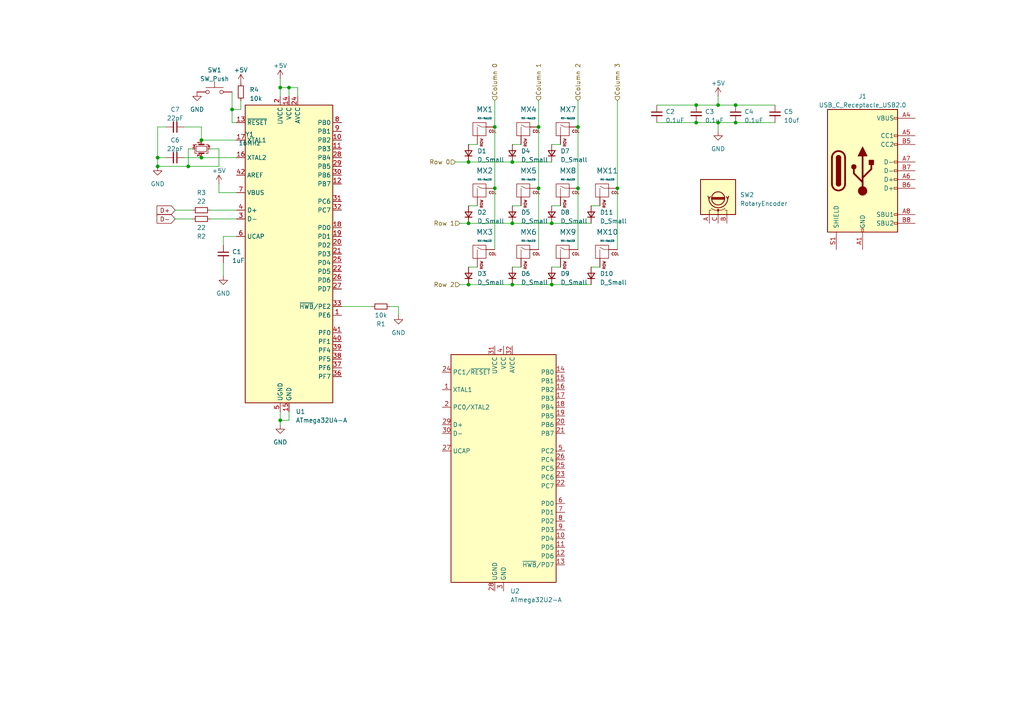
<source format=kicad_sch>
(kicad_sch (version 20230121) (generator eeschema)
  (paper "A4")
  (lib_symbols
    (symbol "Connector:USB_C_Receptacle_USB2.0" (pin_names (offset 1.016))
      (property "Reference" "J" (at -10.16 19.05 0))
      (property "Value" "USB_C_Receptacle_USB2.0" (at 19.05 19.05 0))
      (symbol "USB_C_Receptacle_USB2.0_0_0"
        (rectangle (start -0.254 -17.78) (end 0.254 -16.764))
        (rectangle (start 10.16 -14.986) (end 9.144 -15.494))
        (rectangle (start 10.16 -12.446) (end 9.144 -12.954))
        (rectangle (start 10.16 -4.826) (end 9.144 -5.334))
        (rectangle (start 10.16 -2.286) (end 9.144 -2.794))
        (rectangle (start 10.16 0.254) (end 9.144 -0.254))
        (rectangle (start 10.16 2.794) (end 9.144 2.286))
        (rectangle (start 10.16 7.874) (end 9.144 7.366))
        (rectangle (start 10.16 10.414) (end 9.144 9.906))
        (rectangle (start 10.16 15.494) (end 9.144 14.986))
      )
      (symbol "USB_C_Receptacle_USB2.0_0_1"
        (rectangle (start -10.16 17.78) (end 10.16 -17.78) (stroke (width 0.254)) (fill (type background)))
        (arc (start -8.89 -3.81) (mid -6.985 -5.7067) (end -5.08 -3.81) (stroke (width 0.508)))
        (arc (start -7.62 -3.81) (mid -6.985 -4.4423) (end -6.35 -3.81) (stroke (width 0.254)))
        (arc (start -7.62 -3.81) (mid -6.985 -4.4423) (end -6.35 -3.81) (stroke (width 0.254)) (fill (type outline)))
        (rectangle (start -7.62 -3.81) (end -6.35 3.81) (stroke (width 0.254)) (fill (type outline)))
        (arc (start -6.35 3.81) (mid -6.985 4.4423) (end -7.62 3.81) (stroke (width 0.254)))
        (arc (start -6.35 3.81) (mid -6.985 4.4423) (end -7.62 3.81) (stroke (width 0.254)) (fill (type outline)))
        (arc (start -5.08 3.81) (mid -6.985 5.7067) (end -8.89 3.81) (stroke (width 0.508)))
        (circle (center -2.54 1.143) (radius 0.635) (stroke (width 0.254)) (fill (type outline)))
        (circle (center 0 -5.842) (radius 1.27) (fill (type outline)))
        (polyline (pts (xy -8.89 -3.81) (xy -8.89 3.81)) (stroke (width 0.508)))
        (polyline (pts (xy -5.08 3.81) (xy -5.08 -3.81)) (stroke (width 0.508)))
        (polyline (pts (xy 0 -5.842) (xy 0 4.318)) (stroke (width 0.508)))
        (polyline (pts (xy 0 -3.302) (xy -2.54 -0.762) (xy -2.54 0.508)) (stroke (width 0.508)))
        (polyline (pts (xy 0 -2.032) (xy 2.54 0.508) (xy 2.54 1.778)) (stroke (width 0.508)))
        (polyline (pts (xy -1.27 4.318) (xy 0 6.858) (xy 1.27 4.318) (xy -1.27 4.318)) (stroke (width 0.254)) (fill (type outline)))
        (rectangle (start 1.905 1.778) (end 3.175 3.048) (stroke (width 0.254)) (fill (type outline)))
      )
      (symbol "USB_C_Receptacle_USB2.0_1_1"
        (pin passive line (at 0 -22.86 90) (length 5.08) (name "GND") (number "A1"))
        (pin passive line (at 0 -22.86 90) (length 5.08) hide (name "GND") (number "A12"))
        (pin passive line (at 15.24 15.24 180) (length 5.08) (name "VBUS") (number "A4"))
        (pin bidirectional line (at 15.24 10.16 180) (length 5.08) (name "CC1") (number "A5"))
        (pin bidirectional line (at 15.24 -2.54 180) (length 5.08) (name "D+") (number "A6"))
        (pin bidirectional line (at 15.24 2.54 180) (length 5.08) (name "D-") (number "A7"))
        (pin bidirectional line (at 15.24 -12.7 180) (length 5.08) (name "SBU1") (number "A8"))
        (pin passive line (at 15.24 15.24 180) (length 5.08) hide (name "VBUS") (number "A9"))
        (pin passive line (at 0 -22.86 90) (length 5.08) hide (name "GND") (number "B1"))
        (pin passive line (at 0 -22.86 90) (length 5.08) hide (name "GND") (number "B12"))
        (pin passive line (at 15.24 15.24 180) (length 5.08) hide (name "VBUS") (number "B4"))
        (pin bidirectional line (at 15.24 7.62 180) (length 5.08) (name "CC2") (number "B5"))
        (pin bidirectional line (at 15.24 -5.08 180) (length 5.08) (name "D+") (number "B6"))
        (pin bidirectional line (at 15.24 0 180) (length 5.08) (name "D-") (number "B7"))
        (pin bidirectional line (at 15.24 -15.24 180) (length 5.08) (name "SBU2") (number "B8"))
        (pin passive line (at 15.24 15.24 180) (length 5.08) hide (name "VBUS") (number "B9"))
        (pin passive line (at -7.62 -22.86 90) (length 5.08) (name "SHIELD") (number "S1"))
      )
    )
    (symbol "Device:C_Small" (pin_numbers hide) (pin_names (offset 0.254) hide)
      (property "Reference" "C" (at 0.254 1.778 0))
      (property "Value" "C_Small" (at 0.254 -2.032 0))
      (symbol "C_Small_0_1"
        (polyline (pts (xy -1.524 -0.508) (xy 1.524 -0.508)) (stroke (width 0.3302)))
        (polyline (pts (xy -1.524 0.508) (xy 1.524 0.508)) (stroke (width 0.3048)))
      )
      (symbol "C_Small_1_1"
        (pin passive line (at 0 2.54 270) (length 2.032) (name "~") (number "1"))
        (pin passive line (at 0 -2.54 90) (length 2.032) (name "~") (number "2"))
      )
    )
    (symbol "Device:Crystal_GND24_Small" (pin_names (offset 1.016) hide)
      (property "Reference" "Y" (at 1.27 4.445 0))
      (property "Value" "Crystal_GND24_Small" (at 1.27 2.54 0))
      (symbol "Crystal_GND24_Small_0_1"
        (rectangle (start -0.762 -1.524) (end 0.762 1.524))
        (polyline (pts (xy -1.27 -0.762) (xy -1.27 0.762)) (stroke (width 0.381)))
        (polyline (pts (xy 1.27 -0.762) (xy 1.27 0.762)) (stroke (width 0.381)))
        (polyline (pts (xy -1.27 -1.27) (xy -1.27 -1.905) (xy 1.27 -1.905) (xy 1.27 -1.27)))
        (polyline (pts (xy -1.27 1.27) (xy -1.27 1.905) (xy 1.27 1.905) (xy 1.27 1.27)))
      )
      (symbol "Crystal_GND24_Small_1_1"
        (pin passive line (at -2.54 0 0) (length 1.27) (name "1") (number "1"))
        (pin passive line (at 0 -2.54 90) (length 0.635) (name "2") (number "2"))
        (pin passive line (at 2.54 0 180) (length 1.27) (name "3") (number "3"))
        (pin passive line (at 0 2.54 270) (length 0.635) (name "4") (number "4"))
      )
    )
    (symbol "Device:D_Small" (pin_numbers hide) (pin_names (offset 0.254) hide)
      (property "Reference" "D" (at -1.27 2.032 0))
      (property "Value" "D_Small" (at -3.81 -2.032 0))
      (symbol "D_Small_0_1"
        (polyline (pts (xy -0.762 -1.016) (xy -0.762 1.016)) (stroke (width 0.254)))
        (polyline (pts (xy -0.762 0) (xy 0.762 0)))
        (polyline (pts (xy 0.762 -1.016) (xy -0.762 0) (xy 0.762 1.016) (xy 0.762 -1.016)) (stroke (width 0.254)))
      )
      (symbol "D_Small_1_1"
        (pin passive line (at -2.54 0 0) (length 1.778) (name "K") (number "1"))
        (pin passive line (at 2.54 0 180) (length 1.778) (name "A") (number "2"))
      )
    )
    (symbol "Device:R_Small" (pin_numbers hide) (pin_names (offset 0.254) hide)
      (property "Reference" "R" (at 0.762 0.508 0))
      (property "Value" "R_Small" (at 0.762 -1.016 0))
      (symbol "R_Small_0_1"
        (rectangle (start -0.762 1.778) (end 0.762 -1.778) (stroke (width 0.2032)))
      )
      (symbol "R_Small_1_1"
        (pin passive line (at 0 2.54 270) (length 0.762) (name "~") (number "1"))
        (pin passive line (at 0 -2.54 90) (length 0.762) (name "~") (number "2"))
      )
    )
    (symbol "Device:RotaryEncoder" (pin_names (offset 0.254) hide)
      (property "Reference" "SW" (at 0 6.604 0))
      (property "Value" "RotaryEncoder" (at 0 -6.604 0))
      (symbol "RotaryEncoder_0_1"
        (rectangle (start -5.08 5.08) (end 5.08 -5.08) (stroke (width 0.254)) (fill (type background)))
        (circle (center -3.81 0) (radius 0.254) (fill (type outline)))
        (circle (center -0.381 0) (radius 1.905) (stroke (width 0.254)))
        (arc (start -0.381 2.667) (mid -3.0988 -0.0635) (end -0.381 -2.794) (stroke (width 0.254)))
        (polyline (pts (xy -0.635 -1.778) (xy -0.635 1.778)) (stroke (width 0.254)))
        (polyline (pts (xy -0.381 -1.778) (xy -0.381 1.778)) (stroke (width 0.254)))
        (polyline (pts (xy -0.127 1.778) (xy -0.127 -1.778)) (stroke (width 0.254)))
        (polyline (pts (xy -5.08 -2.54) (xy -3.81 -2.54) (xy -3.81 -2.032)))
        (polyline (pts (xy -5.08 2.54) (xy -3.81 2.54) (xy -3.81 2.032)))
        (polyline (pts (xy 0.254 -3.048) (xy -0.508 -2.794) (xy 0.127 -2.413)) (stroke (width 0.254)))
        (polyline (pts (xy 0.254 2.921) (xy -0.508 2.667) (xy 0.127 2.286)) (stroke (width 0.254)))
        (polyline (pts (xy -5.08 0) (xy -3.81 0) (xy -3.81 -1.016) (xy -3.302 -2.032)))
        (polyline (pts (xy -4.318 0) (xy -3.81 0) (xy -3.81 1.016) (xy -3.302 2.032)))
      )
      (symbol "RotaryEncoder_1_1"
        (pin passive line (at -7.62 2.54 0) (length 2.54) (name "A") (number "A"))
        (pin passive line (at -7.62 -2.54 0) (length 2.54) (name "B") (number "B"))
        (pin passive line (at -7.62 0 0) (length 2.54) (name "C") (number "C"))
      )
    )
    (symbol "MCU_Microchip_ATmega:ATmega32U2-A"
      (property "Reference" "U" (at -15.24 34.29 0))
      (property "Value" "ATmega32U2-A" (at 2.54 -34.29 0))
      (symbol "ATmega32U2-A_0_1"
        (rectangle (start -15.24 -33.02) (end 15.24 33.02) (stroke (width 0.254)) (fill (type background)))
      )
      (symbol "ATmega32U2-A_1_1"
        (pin input line (at -17.78 22.86 0) (length 2.54) (name "XTAL1") (number "1"))
        (pin bidirectional line (at 17.78 -20.32 180) (length 2.54) (name "PD4") (number "10"))
        (pin bidirectional line (at 17.78 -22.86 180) (length 2.54) (name "PD5") (number "11"))
        (pin bidirectional line (at 17.78 -25.4 180) (length 2.54) (name "PD6") (number "12"))
        (pin bidirectional line (at 17.78 -27.94 180) (length 2.54) (name "~{HWB}/PD7") (number "13"))
        (pin bidirectional line (at 17.78 27.94 180) (length 2.54) (name "PB0") (number "14"))
        (pin bidirectional line (at 17.78 25.4 180) (length 2.54) (name "PB1") (number "15"))
        (pin bidirectional line (at 17.78 22.86 180) (length 2.54) (name "PB2") (number "16"))
        (pin bidirectional line (at 17.78 20.32 180) (length 2.54) (name "PB3") (number "17"))
        (pin bidirectional line (at 17.78 17.78 180) (length 2.54) (name "PB4") (number "18"))
        (pin bidirectional line (at 17.78 15.24 180) (length 2.54) (name "PB5") (number "19"))
        (pin bidirectional line (at -17.78 17.78 0) (length 2.54) (name "PC0/XTAL2") (number "2"))
        (pin bidirectional line (at 17.78 12.7 180) (length 2.54) (name "PB6") (number "20"))
        (pin bidirectional line (at 17.78 10.16 180) (length 2.54) (name "PB7") (number "21"))
        (pin bidirectional line (at 17.78 -5.08 180) (length 2.54) (name "PC7") (number "22"))
        (pin bidirectional line (at 17.78 -2.54 180) (length 2.54) (name "PC6") (number "23"))
        (pin bidirectional line (at -17.78 27.94 0) (length 2.54) (name "PC1/~{RESET}") (number "24"))
        (pin bidirectional line (at 17.78 0 180) (length 2.54) (name "PC5") (number "25"))
        (pin bidirectional line (at 17.78 2.54 180) (length 2.54) (name "PC4") (number "26"))
        (pin passive line (at -17.78 5.08 0) (length 2.54) (name "UCAP") (number "27"))
        (pin power_in line (at -2.54 -35.56 90) (length 2.54) (name "UGND") (number "28"))
        (pin bidirectional line (at -17.78 12.7 0) (length 2.54) (name "D+") (number "29"))
        (pin power_in line (at 0 -35.56 90) (length 2.54) (name "GND") (number "3"))
        (pin bidirectional line (at -17.78 10.16 0) (length 2.54) (name "D-") (number "30"))
        (pin power_in line (at -2.54 35.56 270) (length 2.54) (name "UVCC") (number "31"))
        (pin power_in line (at 2.54 35.56 270) (length 2.54) (name "AVCC") (number "32"))
        (pin power_in line (at 0 35.56 270) (length 2.54) (name "VCC") (number "4"))
        (pin bidirectional line (at 17.78 5.08 180) (length 2.54) (name "PC2") (number "5"))
        (pin bidirectional line (at 17.78 -10.16 180) (length 2.54) (name "PD0") (number "6"))
        (pin bidirectional line (at 17.78 -12.7 180) (length 2.54) (name "PD1") (number "7"))
        (pin bidirectional line (at 17.78 -15.24 180) (length 2.54) (name "PD2") (number "8"))
        (pin bidirectional line (at 17.78 -17.78 180) (length 2.54) (name "PD3") (number "9"))
      )
    )
    (symbol "MCU_Microchip_ATmega:ATmega32U4-A"
      (property "Reference" "U" (at -12.7 44.45 0))
      (property "Value" "ATmega32U4-A" (at 2.54 -44.45 0))
      (symbol "ATmega32U4-A_0_1"
        (rectangle (start -12.7 -43.18) (end 12.7 43.18) (stroke (width 0.254)) (fill (type background)))
      )
      (symbol "ATmega32U4-A_1_1"
        (pin bidirectional line (at 15.24 -17.78 180) (length 2.54) (name "PE6") (number "1"))
        (pin bidirectional line (at 15.24 33.02 180) (length 2.54) (name "PB2") (number "10"))
        (pin bidirectional line (at 15.24 30.48 180) (length 2.54) (name "PB3") (number "11"))
        (pin bidirectional line (at 15.24 20.32 180) (length 2.54) (name "PB7") (number "12"))
        (pin input line (at -15.24 38.1 0) (length 2.54) (name "~{RESET}") (number "13"))
        (pin power_in line (at 0 45.72 270) (length 2.54) (name "VCC") (number "14"))
        (pin power_in line (at 0 -45.72 90) (length 2.54) (name "GND") (number "15"))
        (pin output line (at -15.24 27.94 0) (length 2.54) (name "XTAL2") (number "16"))
        (pin input line (at -15.24 33.02 0) (length 2.54) (name "XTAL1") (number "17"))
        (pin bidirectional line (at 15.24 7.62 180) (length 2.54) (name "PD0") (number "18"))
        (pin bidirectional line (at 15.24 5.08 180) (length 2.54) (name "PD1") (number "19"))
        (pin power_in line (at -2.54 45.72 270) (length 2.54) (name "UVCC") (number "2"))
        (pin bidirectional line (at 15.24 2.54 180) (length 2.54) (name "PD2") (number "20"))
        (pin bidirectional line (at 15.24 0 180) (length 2.54) (name "PD3") (number "21"))
        (pin bidirectional line (at 15.24 -5.08 180) (length 2.54) (name "PD5") (number "22"))
        (pin passive line (at 0 -45.72 90) (length 2.54) hide (name "GND") (number "23"))
        (pin power_in line (at 2.54 45.72 270) (length 2.54) (name "AVCC") (number "24"))
        (pin bidirectional line (at 15.24 -2.54 180) (length 2.54) (name "PD4") (number "25"))
        (pin bidirectional line (at 15.24 -7.62 180) (length 2.54) (name "PD6") (number "26"))
        (pin bidirectional line (at 15.24 -10.16 180) (length 2.54) (name "PD7") (number "27"))
        (pin bidirectional line (at 15.24 27.94 180) (length 2.54) (name "PB4") (number "28"))
        (pin bidirectional line (at 15.24 25.4 180) (length 2.54) (name "PB5") (number "29"))
        (pin bidirectional line (at -15.24 10.16 0) (length 2.54) (name "D-") (number "3"))
        (pin bidirectional line (at 15.24 22.86 180) (length 2.54) (name "PB6") (number "30"))
        (pin bidirectional line (at 15.24 15.24 180) (length 2.54) (name "PC6") (number "31"))
        (pin bidirectional line (at 15.24 12.7 180) (length 2.54) (name "PC7") (number "32"))
        (pin bidirectional line (at 15.24 -15.24 180) (length 2.54) (name "~{HWB}/PE2") (number "33"))
        (pin passive line (at 0 45.72 270) (length 2.54) hide (name "VCC") (number "34"))
        (pin passive line (at 0 -45.72 90) (length 2.54) hide (name "GND") (number "35"))
        (pin bidirectional line (at 15.24 -35.56 180) (length 2.54) (name "PF7") (number "36"))
        (pin bidirectional line (at 15.24 -33.02 180) (length 2.54) (name "PF6") (number "37"))
        (pin bidirectional line (at 15.24 -30.48 180) (length 2.54) (name "PF5") (number "38"))
        (pin bidirectional line (at 15.24 -27.94 180) (length 2.54) (name "PF4") (number "39"))
        (pin bidirectional line (at -15.24 12.7 0) (length 2.54) (name "D+") (number "4"))
        (pin bidirectional line (at 15.24 -25.4 180) (length 2.54) (name "PF1") (number "40"))
        (pin bidirectional line (at 15.24 -22.86 180) (length 2.54) (name "PF0") (number "41"))
        (pin passive line (at -15.24 22.86 0) (length 2.54) (name "AREF") (number "42"))
        (pin passive line (at 0 -45.72 90) (length 2.54) hide (name "GND") (number "43"))
        (pin passive line (at 2.54 45.72 270) (length 2.54) hide (name "AVCC") (number "44"))
        (pin passive line (at -2.54 -45.72 90) (length 2.54) (name "UGND") (number "5"))
        (pin passive line (at -15.24 5.08 0) (length 2.54) (name "UCAP") (number "6"))
        (pin input line (at -15.24 17.78 0) (length 2.54) (name "VBUS") (number "7"))
        (pin bidirectional line (at 15.24 38.1 180) (length 2.54) (name "PB0") (number "8"))
        (pin bidirectional line (at 15.24 35.56 180) (length 2.54) (name "PB1") (number "9"))
      )
    )
    (symbol "MX_Alps_Hybrid:MX-NoLED" (pin_names (offset 1.016))
      (property "Reference" "MX" (at -0.635 3.81 0))
      (property "Value" "MX-NoLED" (at -0.635 1.27 0))
      (symbol "MX-NoLED_0_0"
        (rectangle (start -2.54 2.54) (end 1.27 -1.27))
        (polyline (pts (xy -1.27 -1.27) (xy -1.27 1.27)) (stroke (width 0.127)))
        (polyline (pts (xy 1.27 1.27) (xy 0 1.27) (xy -1.27 1.905)) (stroke (width 0.127)))
        (text "COL" (at 3.175 0 0) (effects (font (size 0.762 0.762))))
        (text "ROW" (at 0 -1.905 900) (effects (font (size 0.762 0.762)) (justify right)))
      )
      (symbol "MX-NoLED_1_1"
        (pin passive line (at 3.81 1.27 180) (length 2.54) (name "COL") (number "1"))
        (pin passive line (at -1.27 -3.81 90) (length 2.54) (name "ROW") (number "2"))
      )
    )
    (symbol "Switch:SW_Push" (pin_numbers hide) (pin_names (offset 1.016) hide)
      (property "Reference" "SW" (at 1.27 2.54 0))
      (property "Value" "SW_Push" (at 0 -1.524 0))
      (symbol "SW_Push_0_1"
        (circle (center -2.032 0) (radius 0.508))
        (polyline (pts (xy 0 1.27) (xy 0 3.048)))
        (polyline (pts (xy 2.54 1.27) (xy -2.54 1.27)))
        (circle (center 2.032 0) (radius 0.508))
        (pin passive line (at -5.08 0 0) (length 2.54) (name "1") (number "1"))
        (pin passive line (at 5.08 0 180) (length 2.54) (name "2") (number "2"))
      )
    )
    (symbol "power:+5V" (power) (pin_names (offset 0))
      (property "Value" "+5V" (at 0 3.556 0))
      (symbol "+5V_0_1"
        (polyline (pts (xy -0.762 1.27) (xy 0 2.54)))
        (polyline (pts (xy 0 0) (xy 0 2.54)))
        (polyline (pts (xy 0 2.54) (xy 0.762 1.27)))
      )
      (symbol "+5V_1_1"
        (pin power_in line (at 0 0 90) (length 0) hide (name "+5V") (number "1"))
      )
    )
    (symbol "power:GND" (power) (pin_names (offset 0))
      (property "Value" "GND" (at 0 -3.81 0))
      (symbol "GND_0_1"
        (polyline (pts (xy 0 0) (xy 0 -1.27) (xy 1.27 -1.27) (xy 0 -2.54) (xy -1.27 -1.27) (xy 0 -1.27)))
      )
      (symbol "GND_1_1"
        (pin power_in line (at 0 0 270) (length 0) hide (name "GND") (number "1"))
      )
    )
  )
  (junction (at 143.51 54.61))
  (junction (at 45.72 48.26))
  (junction (at 208.28 30.48))
  (junction (at 148.59 64.77))
  (junction (at 58.42 40.64))
  (junction (at 213.36 30.48))
  (junction (at 148.59 46.99))
  (junction (at 156.21 36.83))
  (junction (at 45.72 45.72))
  (junction (at 201.93 35.56))
  (junction (at 179.07 54.61))
  (junction (at 135.89 64.77))
  (junction (at 160.02 64.77))
  (junction (at 135.89 82.55))
  (junction (at 213.36 35.56))
  (junction (at 143.51 36.83))
  (junction (at 160.02 82.55))
  (junction (at 148.59 82.55))
  (junction (at 81.28 25.4))
  (junction (at 54.61 48.26))
  (junction (at 208.28 35.56))
  (junction (at 201.93 30.48))
  (junction (at 81.28 121.92))
  (junction (at 83.82 25.4))
  (junction (at 156.21 54.61))
  (junction (at 135.89 46.99))
  (junction (at 167.64 36.83))
  (junction (at 58.42 45.72))
  (junction (at 167.64 54.61))
  (junction (at 67.31 31.75))
  (wire (pts (xy 135.89 82.55) (xy 148.59 82.55)))
  (wire (pts (xy 190.5 35.56) (xy 201.93 35.56)))
  (wire (pts (xy 160.02 77.47) (xy 162.56 77.47)))
  (wire (pts (xy 135.89 41.91) (xy 138.43 41.91)))
  (wire (pts (xy 54.61 48.26) (xy 45.72 48.26)))
  (wire (pts (xy 143.51 54.61) (xy 143.51 72.39)))
  (wire (pts (xy 143.51 29.21) (xy 143.51 36.83)))
  (wire (pts (xy 58.42 40.64) (xy 68.58 40.64)))
  (wire (pts (xy 179.07 54.61) (xy 179.07 72.39)))
  (wire (pts (xy 63.5 53.34) (xy 63.5 55.88)))
  (wire (pts (xy 50.8 63.5) (xy 55.88 63.5)))
  (wire (pts (xy 148.59 41.91) (xy 151.13 41.91)))
  (wire (pts (xy 60.96 43.18) (xy 63.5 43.18)))
  (wire (pts (xy 167.64 54.61) (xy 167.64 72.39)))
  (wire (pts (xy 208.28 35.56) (xy 213.36 35.56)))
  (wire (pts (xy 143.51 36.83) (xy 143.51 54.61)))
  (wire (pts (xy 81.28 22.86) (xy 81.28 25.4)))
  (wire (pts (xy 148.59 77.47) (xy 151.13 77.47)))
  (wire (pts (xy 156.21 36.83) (xy 156.21 29.21)))
  (wire (pts (xy 53.34 36.83) (xy 58.42 36.83)))
  (wire (pts (xy 64.77 71.12) (xy 64.77 68.58)))
  (wire (pts (xy 156.21 72.39) (xy 156.21 54.61)))
  (wire (pts (xy 160.02 82.55) (xy 171.45 82.55)))
  (wire (pts (xy 58.42 45.72) (xy 68.58 45.72)))
  (wire (pts (xy 148.59 46.99) (xy 160.02 46.99)))
  (wire (pts (xy 132.08 46.99) (xy 135.89 46.99)))
  (wire (pts (xy 135.89 64.77) (xy 148.59 64.77)))
  (wire (pts (xy 54.61 48.26) (xy 63.5 48.26)))
  (wire (pts (xy 64.77 68.58) (xy 68.58 68.58)))
  (wire (pts (xy 201.93 35.56) (xy 208.28 35.56)))
  (wire (pts (xy 171.45 77.47) (xy 173.99 77.47)))
  (wire (pts (xy 83.82 119.38) (xy 83.82 121.92)))
  (wire (pts (xy 45.72 45.72) (xy 48.26 45.72)))
  (wire (pts (xy 190.5 30.48) (xy 201.93 30.48)))
  (wire (pts (xy 48.26 36.83) (xy 45.72 36.83)))
  (wire (pts (xy 63.5 55.88) (xy 68.58 55.88)))
  (wire (pts (xy 83.82 25.4) (xy 83.82 27.94)))
  (wire (pts (xy 81.28 119.38) (xy 81.28 121.92)))
  (wire (pts (xy 83.82 25.4) (xy 86.36 25.4)))
  (wire (pts (xy 148.59 59.69) (xy 151.13 59.69)))
  (wire (pts (xy 208.28 30.48) (xy 213.36 30.48)))
  (wire (pts (xy 213.36 30.48) (xy 224.79 30.48)))
  (wire (pts (xy 213.36 35.56) (xy 224.79 35.56)))
  (wire (pts (xy 135.89 59.69) (xy 138.43 59.69)))
  (wire (pts (xy 160.02 41.91) (xy 162.56 41.91)))
  (wire (pts (xy 63.5 43.18) (xy 63.5 48.26)))
  (wire (pts (xy 67.31 35.56) (xy 68.58 35.56)))
  (wire (pts (xy 81.28 121.92) (xy 83.82 121.92)))
  (wire (pts (xy 115.57 88.9) (xy 115.57 91.44)))
  (wire (pts (xy 99.06 88.9) (xy 107.95 88.9)))
  (wire (pts (xy 69.85 31.75) (xy 67.31 31.75)))
  (wire (pts (xy 67.31 31.75) (xy 67.31 35.56)))
  (wire (pts (xy 69.85 29.21) (xy 69.85 31.75)))
  (wire (pts (xy 133.35 82.55) (xy 135.89 82.55)))
  (wire (pts (xy 55.88 60.96) (xy 50.8 60.96)))
  (wire (pts (xy 167.64 29.21) (xy 167.64 36.83)))
  (wire (pts (xy 86.36 27.94) (xy 86.36 25.4)))
  (wire (pts (xy 148.59 82.55) (xy 160.02 82.55)))
  (wire (pts (xy 55.88 43.18) (xy 54.61 43.18)))
  (wire (pts (xy 167.64 36.83) (xy 167.64 54.61)))
  (wire (pts (xy 208.28 27.94) (xy 208.28 30.48)))
  (wire (pts (xy 133.35 64.77) (xy 135.89 64.77)))
  (wire (pts (xy 135.89 77.47) (xy 138.43 77.47)))
  (wire (pts (xy 81.28 25.4) (xy 83.82 25.4)))
  (wire (pts (xy 156.21 54.61) (xy 156.21 36.83)))
  (wire (pts (xy 208.28 35.56) (xy 208.28 38.1)))
  (wire (pts (xy 160.02 59.69) (xy 162.56 59.69)))
  (wire (pts (xy 160.02 64.77) (xy 171.45 64.77)))
  (wire (pts (xy 45.72 48.26) (xy 45.72 45.72)))
  (wire (pts (xy 45.72 36.83) (xy 45.72 45.72)))
  (wire (pts (xy 113.03 88.9) (xy 115.57 88.9)))
  (wire (pts (xy 81.28 121.92) (xy 81.28 123.19)))
  (wire (pts (xy 81.28 25.4) (xy 81.28 27.94)))
  (wire (pts (xy 67.31 26.67) (xy 67.31 31.75)))
  (wire (pts (xy 179.07 29.21) (xy 179.07 54.61)))
  (wire (pts (xy 60.96 60.96) (xy 68.58 60.96)))
  (wire (pts (xy 58.42 36.83) (xy 58.42 40.64)))
  (wire (pts (xy 171.45 59.69) (xy 173.99 59.69)))
  (wire (pts (xy 64.77 76.2) (xy 64.77 80.01)))
  (wire (pts (xy 148.59 64.77) (xy 160.02 64.77)))
  (wire (pts (xy 54.61 43.18) (xy 54.61 48.26)))
  (wire (pts (xy 60.96 63.5) (xy 68.58 63.5)))
  (wire (pts (xy 135.89 46.99) (xy 148.59 46.99)))
  (wire (pts (xy 53.34 45.72) (xy 58.42 45.72)))
  (wire (pts (xy 201.93 30.48) (xy 208.28 30.48)))
  (global_label "D+" (shape input) (at 50.8 60.96 180) (property "Intersheetrefs" "${INTERSHEET_REFS}" (effects hide)))
  (global_label "D-" (shape input) (at 50.8 63.5 180) (property "Intersheetrefs" "${INTERSHEET_REFS}" (effects hide)))
  (hierarchical_label "Column 1" (shape input) (at 156.21 29.21 90))
  (hierarchical_label "Column 2" (shape input) (at 167.64 29.21 90))
  (hierarchical_label "Row 1" (shape input) (at 133.35 64.77 180))
  (hierarchical_label "Row 2" (shape input) (at 133.35 82.55 180))
  (hierarchical_label "Column 3" (shape input) (at 179.07 29.21 90))
  (hierarchical_label "Row 0" (shape input) (at 132.08 46.99 180))
  (hierarchical_label "Column 0" (shape input) (at 143.51 29.21 90))
  (symbol (lib_id "Device:RotaryEncoder") (at 208.28 57.15 90) (unit 1)
    (property "Reference" "SW2" (at 214.63 56.515 90) (effects (justify right)))
    (property "Value" "RotaryEncoder" (at 214.63 59.055 90) (effects (justify right)))
  )
  (symbol (lib_id "power:GND") (at 45.72 48.26 0) (unit 1)
    (property "Reference" "#PWR08" (effects hide))
    (property "Value" "GND" (at 45.72 53.34 0))
  )
  (symbol (lib_id "power:+5V") (at 69.85 24.13 0) (unit 1)
    (property "Reference" "#PWR010" (effects hide))
    (property "Value" "+5V" (at 69.85 20.32 0))
  )
  (symbol (lib_id "power:+5V") (at 63.5 53.34 0) (unit 1)
    (property "Reference" "#PWR07" (effects hide))
    (property "Value" "+5V" (at 63.5 49.53 0))
  )
  (symbol (lib_id "Device:D_Small") (at 160.02 62.23 90) (unit 1)
    (property "Reference" "D8" (at 162.56 61.595 90) (effects (justify right)))
    (property "Value" "D_Small" (at 162.56 64.135 90) (effects (justify right)))
    (property "Sim.Device" "D" (effects hide))
    (property "Sim.Pins" "1=K 2=A" (effects hide))
  )
  (symbol (lib_id "power:+5V") (at 81.28 22.86 0) (unit 1)
    (property "Reference" "#PWR01" (effects hide))
    (property "Value" "+5V" (at 81.28 19.05 0))
  )
  (symbol (lib_id "Device:R_Small") (at 58.42 63.5 90) (unit 1)
    (property "Reference" "R2" (at 58.42 68.58 90))
    (property "Value" "22" (at 58.42 66.04 90))
  )
  (symbol (lib_id "Connector:USB_C_Receptacle_USB2.0") (at 250.19 49.53 0) (unit 1)
    (property "Reference" "J1" (at 250.19 27.94 0))
    (property "Value" "USB_C_Receptacle_USB2.0" (at 250.19 30.48 0))
    (property "Datasheet" "https://www.usb.org/sites/default/files/documents/usb_type-c.zip" (effects hide))
  )
  (symbol (lib_id "Device:R_Small") (at 69.85 26.67 0) (unit 1)
    (property "Reference" "R4" (at 72.39 26.035 0) (effects (justify left)))
    (property "Value" "10k" (at 72.39 28.575 0) (effects (justify left)))
  )
  (symbol (lib_id "Device:C_Small") (at 213.36 33.02 0) (unit 1)
    (property "Reference" "C4" (at 215.9 32.3913 0) (effects (justify left)))
    (property "Value" "0.1uF" (at 215.9 34.9313 0) (effects (justify left)))
  )
  (symbol (lib_id "Device:D_Small") (at 148.59 80.01 90) (unit 1)
    (property "Reference" "D6" (at 151.13 79.375 90) (effects (justify right)))
    (property "Value" "D_Small" (at 151.13 81.915 90) (effects (justify right)))
    (property "Sim.Device" "D" (effects hide))
    (property "Sim.Pins" "1=K 2=A" (effects hide))
  )
  (symbol (lib_id "Device:R_Small") (at 110.49 88.9 270) (unit 1)
    (property "Reference" "R1" (at 110.49 93.98 90))
    (property "Value" "10k" (at 110.49 91.44 90))
  )
  (symbol (lib_id "MX_Alps_Hybrid:MX-NoLED") (at 175.26 55.88 0) (unit 1)
    (property "Reference" "MX11" (at 176.1432 49.53 0) (effects (font (size 1.524 1.524))))
    (property "Value" "MX-NoLED" (at 176.1432 52.07 0) (effects (font (size 0.508 0.508))))
  )
  (symbol (lib_id "Device:C_Small") (at 201.93 33.02 0) (unit 1)
    (property "Reference" "C3" (at 204.47 32.3913 0) (effects (justify left)))
    (property "Value" "0.1uF" (at 204.47 34.9313 0) (effects (justify left)))
  )
  (symbol (lib_id "Switch:SW_Push") (at 62.23 26.67 0) (unit 1)
    (property "Reference" "SW1" (at 62.23 20.32 0))
    (property "Value" "SW_Push" (at 62.23 22.86 0))
  )
  (symbol (lib_id "Device:Crystal_GND24_Small") (at 58.42 43.18 270) (unit 1)
    (property "Reference" "Y1" (at 72.39 38.9889 90))
    (property "Value" "16MHz" (at 72.39 41.5289 90))
  )
  (symbol (lib_id "Device:C_Small") (at 190.5 33.02 0) (unit 1)
    (property "Reference" "C2" (at 193.04 32.3913 0) (effects (justify left)))
    (property "Value" "0.1uF" (at 193.04 34.9313 0) (effects (justify left)))
  )
  (symbol (lib_id "power:GND") (at 64.77 80.01 0) (unit 1)
    (property "Reference" "#PWR04" (effects hide))
    (property "Value" "GND" (at 64.77 85.09 0))
  )
  (symbol (lib_id "Device:C_Small") (at 224.79 33.02 0) (unit 1)
    (property "Reference" "C5" (at 227.33 32.3913 0) (effects (justify left)))
    (property "Value" "10uf" (at 227.33 34.9313 0) (effects (justify left)))
  )
  (symbol (lib_id "Device:C_Small") (at 64.77 73.66 0) (unit 1)
    (property "Reference" "C1" (at 67.31 73.0313 0) (effects (justify left)))
    (property "Value" "1uF" (at 67.31 75.5713 0) (effects (justify left)))
  )
  (symbol (lib_id "MX_Alps_Hybrid:MX-NoLED") (at 152.4 38.1 0) (unit 1)
    (property "Reference" "MX4" (at 153.2832 31.75 0) (effects (font (size 1.524 1.524))))
    (property "Value" "MX-NoLED" (at 153.2832 34.29 0) (effects (font (size 0.508 0.508))))
  )
  (symbol (lib_id "Device:D_Small") (at 148.59 44.45 90) (unit 1)
    (property "Reference" "D4" (at 151.13 43.815 90) (effects (justify right)))
    (property "Value" "D_Small" (at 151.13 46.355 90) (effects (justify right)))
    (property "Sim.Device" "D" (effects hide))
    (property "Sim.Pins" "1=K 2=A" (effects hide))
  )
  (symbol (lib_id "Device:C_Small") (at 50.8 36.83 270) (unit 1)
    (property "Reference" "C7" (at 50.7936 31.75 90))
    (property "Value" "22pF" (at 50.7936 34.29 90))
  )
  (symbol (lib_id "MX_Alps_Hybrid:MX-NoLED") (at 152.4 73.66 0) (unit 1)
    (property "Reference" "MX6" (at 153.2832 67.31 0) (effects (font (size 1.524 1.524))))
    (property "Value" "MX-NoLED" (at 153.2832 69.85 0) (effects (font (size 0.508 0.508))))
  )
  (symbol (lib_id "MX_Alps_Hybrid:MX-NoLED") (at 163.83 55.88 0) (unit 1)
    (property "Reference" "MX8" (at 164.7132 49.53 0) (effects (font (size 1.524 1.524))))
    (property "Value" "MX-NoLED" (at 164.7132 52.07 0) (effects (font (size 0.508 0.508))))
  )
  (symbol (lib_id "MCU_Microchip_ATmega:ATmega32U2-A") (at 146.05 135.89 0) (unit 1)
    (property "Reference" "U2" (at 148.0059 171.45 0) (effects (justify left)))
    (property "Value" "ATmega32U2-A" (at 148.0059 173.99 0) (effects (justify left)))
    (property "Footprint" "Package_QFP:TQFP-32_7x7mm_P0.8mm" (effects hide))
    (property "Datasheet" "http://ww1.microchip.com/downloads/en/DeviceDoc/doc7799.pdf" (effects hide))
  )
  (symbol (lib_id "MX_Alps_Hybrid:MX-NoLED") (at 163.83 73.66 0) (unit 1)
    (property "Reference" "MX9" (at 164.7132 67.31 0) (effects (font (size 1.524 1.524))))
    (property "Value" "MX-NoLED" (at 164.7132 69.85 0) (effects (font (size 0.508 0.508))))
  )
  (symbol (lib_id "MX_Alps_Hybrid:MX-NoLED") (at 152.4 55.88 0) (unit 1)
    (property "Reference" "MX5" (at 153.2832 49.53 0) (effects (font (size 1.524 1.524))))
    (property "Value" "MX-NoLED" (at 153.2832 52.07 0) (effects (font (size 0.508 0.508))))
  )
  (symbol (lib_id "Device:D_Small") (at 135.89 44.45 90) (unit 1)
    (property "Reference" "D1" (at 138.43 43.815 90) (effects (justify right)))
    (property "Value" "D_Small" (at 138.43 46.355 90) (effects (justify right)))
    (property "Sim.Device" "D" (effects hide))
    (property "Sim.Pins" "1=K 2=A" (effects hide))
  )
  (symbol (lib_id "Device:D_Small") (at 135.89 62.23 90) (unit 1)
    (property "Reference" "D2" (at 138.43 61.595 90) (effects (justify right)))
    (property "Value" "D_Small" (at 138.43 64.135 90) (effects (justify right)))
    (property "Sim.Device" "D" (effects hide))
    (property "Sim.Pins" "1=K 2=A" (effects hide))
  )
  (symbol (lib_id "power:+5V") (at 208.28 27.94 0) (unit 1)
    (property "Reference" "#PWR05" (effects hide))
    (property "Value" "+5V" (at 208.28 24.13 0))
  )
  (symbol (lib_id "Device:D_Small") (at 171.45 80.01 90) (unit 1)
    (property "Reference" "D10" (at 173.99 79.375 90) (effects (justify right)))
    (property "Value" "D_Small" (at 173.99 81.915 90) (effects (justify right)))
    (property "Sim.Device" "D" (effects hide))
    (property "Sim.Pins" "1=K 2=A" (effects hide))
  )
  (symbol (lib_id "MX_Alps_Hybrid:MX-NoLED") (at 139.7 55.88 0) (unit 1)
    (property "Reference" "MX2" (at 140.5832 49.53 0) (effects (font (size 1.524 1.524))))
    (property "Value" "MX-NoLED" (at 140.5832 52.07 0) (effects (font (size 0.508 0.508))))
  )
  (symbol (lib_id "MX_Alps_Hybrid:MX-NoLED") (at 139.7 38.1 0) (unit 1)
    (property "Reference" "MX1" (at 140.5832 31.75 0) (effects (font (size 1.524 1.524))))
    (property "Value" "MX-NoLED" (at 140.5832 34.29 0) (effects (font (size 0.508 0.508))))
  )
  (symbol (lib_id "MX_Alps_Hybrid:MX-NoLED") (at 139.7 73.66 0) (unit 1)
    (property "Reference" "MX3" (at 140.5832 67.31 0) (effects (font (size 1.524 1.524))))
    (property "Value" "MX-NoLED" (at 140.5832 69.85 0) (effects (font (size 0.508 0.508))))
  )
  (symbol (lib_id "Device:D_Small") (at 160.02 80.01 90) (unit 1)
    (property "Reference" "D9" (at 162.56 79.375 90) (effects (justify right)))
    (property "Value" "D_Small" (at 162.56 81.915 90) (effects (justify right)))
    (property "Sim.Device" "D" (effects hide))
    (property "Sim.Pins" "1=K 2=A" (effects hide))
  )
  (symbol (lib_id "Device:D_Small") (at 148.59 62.23 90) (unit 1)
    (property "Reference" "D5" (at 151.13 61.595 90) (effects (justify right)))
    (property "Value" "D_Small" (at 151.13 64.135 90) (effects (justify right)))
    (property "Sim.Device" "D" (effects hide))
    (property "Sim.Pins" "1=K 2=A" (effects hide))
  )
  (symbol (lib_id "Device:D_Small") (at 160.02 44.45 90) (unit 1)
    (property "Reference" "D7" (at 162.56 43.815 90) (effects (justify right)))
    (property "Value" "D_Small" (at 162.56 46.355 90) (effects (justify right)))
    (property "Sim.Device" "D" (effects hide))
    (property "Sim.Pins" "1=K 2=A" (effects hide))
  )
  (symbol (lib_id "power:GND") (at 115.57 91.44 0) (unit 1)
    (property "Reference" "#PWR03" (effects hide))
    (property "Value" "GND" (at 115.57 96.52 0))
  )
  (symbol (lib_id "Device:D_Small") (at 135.89 80.01 90) (unit 1)
    (property "Reference" "D3" (at 138.43 79.375 90) (effects (justify right)))
    (property "Value" "D_Small" (at 138.43 81.915 90) (effects (justify right)))
    (property "Sim.Device" "D" (effects hide))
    (property "Sim.Pins" "1=K 2=A" (effects hide))
  )
  (symbol (lib_id "Device:R_Small") (at 58.42 60.96 90) (unit 1)
    (property "Reference" "R3" (at 58.42 55.88 90))
    (property "Value" "22" (at 58.42 58.42 90))
  )
  (symbol (lib_id "MCU_Microchip_ATmega:ATmega32U4-A") (at 83.82 73.66 0) (unit 1)
    (property "Reference" "U1" (at 85.7759 119.38 0) (effects (justify left)))
    (property "Value" "ATmega32U4-A" (at 85.7759 121.92 0) (effects (justify left)))
    (property "Footprint" "Package_QFP:TQFP-44_10x10mm_P0.8mm" (effects hide))
    (property "Datasheet" "http://ww1.microchip.com/downloads/en/DeviceDoc/Atmel-7766-8-bit-AVR-ATmega16U4-32U4_Datasheet.pdf" (effects hide))
  )
  (symbol (lib_id "MX_Alps_Hybrid:MX-NoLED") (at 163.83 38.1 0) (unit 1)
    (property "Reference" "MX7" (at 164.7132 31.75 0) (effects (font (size 1.524 1.524))))
    (property "Value" "MX-NoLED" (at 164.7132 34.29 0) (effects (font (size 0.508 0.508))))
  )
  (symbol (lib_id "power:GND") (at 208.28 38.1 0) (unit 1)
    (property "Reference" "#PWR06" (effects hide))
    (property "Value" "GND" (at 208.28 43.18 0))
  )
  (symbol (lib_id "power:GND") (at 57.15 26.67 0) (unit 1)
    (property "Reference" "#PWR09" (effects hide))
    (property "Value" "GND" (at 57.15 31.75 0))
  )
  (symbol (lib_id "Device:C_Small") (at 50.8 45.72 270) (unit 1)
    (property "Reference" "C6" (at 50.7936 40.64 90))
    (property "Value" "22pF" (at 50.7936 43.18 90))
  )
  (symbol (lib_id "power:GND") (at 81.28 123.19 0) (unit 1)
    (property "Reference" "#PWR02" (effects hide))
    (property "Value" "GND" (at 81.28 128.27 0))
  )
  (symbol (lib_id "Device:D_Small") (at 171.45 62.23 90) (unit 1)
    (property "Reference" "D11" (at 173.99 61.595 90) (effects (justify right)))
    (property "Value" "D_Small" (at 173.99 64.135 90) (effects (justify right)))
    (property "Sim.Device" "D" (effects hide))
    (property "Sim.Pins" "1=K 2=A" (effects hide))
  )
  (symbol (lib_id "MX_Alps_Hybrid:MX-NoLED") (at 175.26 73.66 0) (unit 1)
    (property "Reference" "MX10" (at 176.1432 67.31 0) (effects (font (size 1.524 1.524))))
    (property "Value" "MX-NoLED" (at 176.1432 69.85 0) (effects (font (size 0.508 0.508))))
  )
)
</source>
